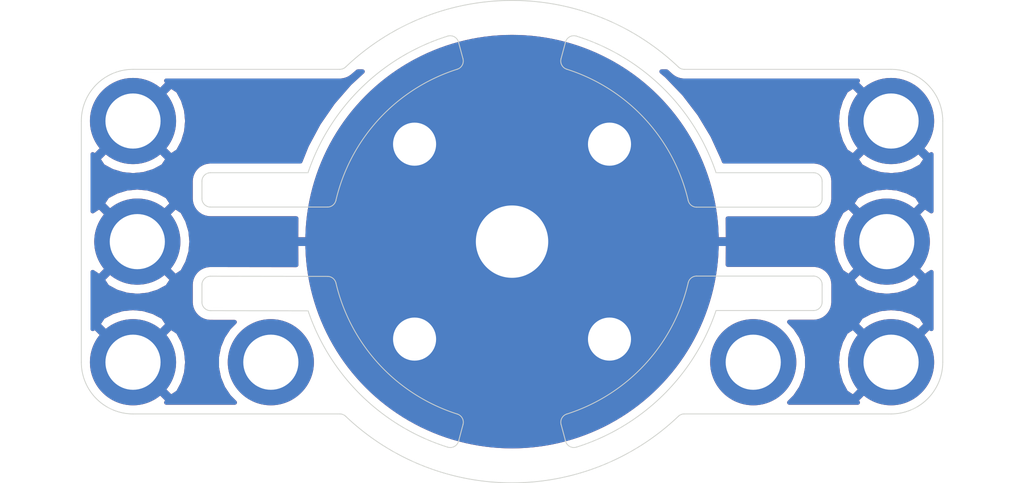
<source format=kicad_pcb>
(kicad_pcb (version 20171130) (host pcbnew 5.1.9+dfsg1-1)

  (general
    (thickness 1.6)
    (drawings 87)
    (tracks 0)
    (zones 0)
    (modules 9)
    (nets 4)
  )

  (page A4)
  (layers
    (0 F.Cu signal)
    (31 B.Cu signal)
    (32 B.Adhes user)
    (33 F.Adhes user)
    (34 B.Paste user)
    (35 F.Paste user)
    (36 B.SilkS user)
    (37 F.SilkS user)
    (38 B.Mask user)
    (39 F.Mask user)
    (40 Dwgs.User user)
    (41 Cmts.User user)
    (42 Eco1.User user)
    (43 Eco2.User user)
    (44 Edge.Cuts user)
    (45 Margin user)
    (46 B.CrtYd user)
    (47 F.CrtYd user)
    (48 B.Fab user)
    (49 F.Fab user)
  )

  (setup
    (last_trace_width 0.25)
    (trace_clearance 0.2)
    (zone_clearance 0.508)
    (zone_45_only no)
    (trace_min 0.2)
    (via_size 0.8)
    (via_drill 0.4)
    (via_min_size 0.4)
    (via_min_drill 0.3)
    (uvia_size 0.3)
    (uvia_drill 0.1)
    (uvias_allowed no)
    (uvia_min_size 0.2)
    (uvia_min_drill 0.1)
    (edge_width 0.05)
    (segment_width 0.2)
    (pcb_text_width 0.3)
    (pcb_text_size 1.5 1.5)
    (mod_edge_width 0.12)
    (mod_text_size 1 1)
    (mod_text_width 0.15)
    (pad_size 5 5)
    (pad_drill 3.2)
    (pad_to_mask_clearance 0)
    (aux_axis_origin 0 0)
    (visible_elements FFFFFF7F)
    (pcbplotparams
      (layerselection 0x010fc_ffffffff)
      (usegerberextensions true)
      (usegerberattributes false)
      (usegerberadvancedattributes false)
      (creategerberjobfile false)
      (excludeedgelayer true)
      (linewidth 0.100000)
      (plotframeref false)
      (viasonmask false)
      (mode 1)
      (useauxorigin false)
      (hpglpennumber 1)
      (hpglpenspeed 20)
      (hpglpendiameter 15.000000)
      (psnegative false)
      (psa4output false)
      (plotreference true)
      (plotvalue false)
      (plotinvisibletext false)
      (padsonsilk false)
      (subtractmaskfromsilk true)
      (outputformat 1)
      (mirror false)
      (drillshape 0)
      (scaleselection 1)
      (outputdirectory "mid-geber/"))
  )

  (net 0 "")
  (net 1 "Net-(J1-Pad1)")
  (net 2 "Net-(J3-Pad1)")
  (net 3 "Net-(J8-Pad1)")

  (net_class Default "This is the default net class."
    (clearance 0.2)
    (trace_width 0.25)
    (via_dia 0.8)
    (via_drill 0.4)
    (uvia_dia 0.3)
    (uvia_drill 0.1)
    (add_net "Net-(J1-Pad1)")
    (add_net "Net-(J3-Pad1)")
    (add_net "Net-(J8-Pad1)")
  )

  (module custom-footprints:chaiss_m3_mounting_hole (layer F.Cu) (tedit 6407F64F) (tstamp 64083129)
    (at 197 113)
    (path /6407FA88)
    (fp_text reference J1 (at 0 0.5) (layer F.SilkS)
      (effects (font (size 1 1) (thickness 0.15)))
    )
    (fp_text value Conn_01x01_Female (at 0 -0.5) (layer F.Fab)
      (effects (font (size 1 1) (thickness 0.15)))
    )
    (pad 1 thru_hole circle (at 0 0) (size 5 5) (drill 3.2) (layers *.Cu *.Mask)
      (net 1 "Net-(J1-Pad1)"))
  )

  (module custom-footprints:chaiss_m3_mounting_hole (layer F.Cu) (tedit 64080BBC) (tstamp 6408312E)
    (at 153 127)
    (path /6407FDA8)
    (fp_text reference J2 (at 0 0.5) (layer F.SilkS)
      (effects (font (size 1 1) (thickness 0.15)))
    )
    (fp_text value Conn_01x01_Female (at 0 -0.5) (layer F.Fab)
      (effects (font (size 1 1) (thickness 0.15)))
    )
    (pad 1 thru_hole circle (at 0 0) (size 5 5) (drill 3.2) (layers *.Cu *.Mask)
      (net 1 "Net-(J1-Pad1)") (zone_connect 1))
  )

  (module custom-footprints:chaiss_m3_mounting_hole (layer F.Cu) (tedit 6407F64F) (tstamp 64083133)
    (at 189 127)
    (path /6407FF74)
    (fp_text reference J3 (at 0 0.5) (layer F.SilkS)
      (effects (font (size 1 1) (thickness 0.15)))
    )
    (fp_text value Conn_01x01_Female (at 0 -0.5) (layer F.Fab)
      (effects (font (size 1 1) (thickness 0.15)))
    )
    (pad 1 thru_hole circle (at 0 0) (size 5 5) (drill 3.2) (layers *.Cu *.Mask)
      (net 2 "Net-(J3-Pad1)"))
  )

  (module custom-footprints:chaiss_m3_mounting_hole (layer F.Cu) (tedit 6407F64F) (tstamp 64083138)
    (at 153 113)
    (path /6408023F)
    (fp_text reference J4 (at 0 0.5) (layer F.SilkS)
      (effects (font (size 1 1) (thickness 0.15)))
    )
    (fp_text value Conn_01x01_Female (at 0 -0.5) (layer F.Fab)
      (effects (font (size 1 1) (thickness 0.15)))
    )
    (pad 1 thru_hole circle (at 0 0) (size 5 5) (drill 3.2) (layers *.Cu *.Mask)
      (net 1 "Net-(J1-Pad1)"))
  )

  (module custom-footprints:chaiss_m3_mounting_hole (layer F.Cu) (tedit 6407F64F) (tstamp 6408313D)
    (at 153.25 120)
    (path /64080560)
    (fp_text reference J5 (at 0 0.5) (layer F.SilkS)
      (effects (font (size 1 1) (thickness 0.15)))
    )
    (fp_text value Conn_01x01_Female (at 1.75 5.5) (layer F.Fab)
      (effects (font (size 1 1) (thickness 0.15)))
    )
    (pad 1 thru_hole circle (at 0 0) (size 5 5) (drill 3.2) (layers *.Cu *.Mask)
      (net 1 "Net-(J1-Pad1)"))
  )

  (module custom-footprints:chaiss_m3_mounting_hole (layer F.Cu) (tedit 6407F64F) (tstamp 64083142)
    (at 196.75 120)
    (path /64080783)
    (fp_text reference J6 (at 0 0.5) (layer F.SilkS)
      (effects (font (size 1 1) (thickness 0.15)))
    )
    (fp_text value Conn_01x01_Female (at 0 -0.5) (layer F.Fab)
      (effects (font (size 1 1) (thickness 0.15)))
    )
    (pad 1 thru_hole circle (at 0 0) (size 5 5) (drill 3.2) (layers *.Cu *.Mask)
      (net 1 "Net-(J1-Pad1)"))
  )

  (module custom-footprints:chaiss_m3_mounting_hole (layer F.Cu) (tedit 6407F64F) (tstamp 6408322F)
    (at 161 127)
    (path /640817F9)
    (fp_text reference J8 (at 0 0.5) (layer F.SilkS)
      (effects (font (size 1 1) (thickness 0.15)))
    )
    (fp_text value Conn_01x01_Female (at 0 -0.5) (layer F.Fab)
      (effects (font (size 1 1) (thickness 0.15)))
    )
    (pad 1 thru_hole circle (at 0 0) (size 5 5) (drill 3.2) (layers *.Cu *.Mask)
      (net 3 "Net-(J8-Pad1)"))
  )

  (module custom-footprints:chaiss_m3_mounting_hole (layer F.Cu) (tedit 6407F64F) (tstamp 64083234)
    (at 197 127)
    (path /64081481)
    (fp_text reference J9 (at 0 0.5) (layer F.SilkS)
      (effects (font (size 1 1) (thickness 0.15)))
    )
    (fp_text value Conn_01x01_Female (at 0 -0.5) (layer F.Fab)
      (effects (font (size 1 1) (thickness 0.15)))
    )
    (pad 1 thru_hole circle (at 0 0) (size 5 5) (drill 3.2) (layers *.Cu *.Mask)
      (net 1 "Net-(J1-Pad1)"))
  )

  (module custom-footprints:chaiss-mid-dragon-mount (layer F.Cu) (tedit 640819CC) (tstamp 6408777F)
    (at 175 120 45)
    (path /64080A7C)
    (fp_text reference J7 (at 0 0.5 45) (layer F.SilkS)
      (effects (font (size 1 1) (thickness 0.15)))
    )
    (fp_text value Conn_01x01_Female (at 0 -0.5 45) (layer F.Fab)
      (effects (font (size 1 1) (thickness 0.15)))
    )
    (fp_line (start 8 8) (end 8 0) (layer Dwgs.User) (width 0.12))
    (fp_line (start -8 8) (end 8 8) (layer Dwgs.User) (width 0.12))
    (fp_line (start -8 -8) (end -8 8) (layer Dwgs.User) (width 0.12))
    (fp_line (start 8 -8) (end -8 -8) (layer Dwgs.User) (width 0.12))
    (fp_line (start 8 0) (end 8 -8) (layer Dwgs.User) (width 0.12))
    (fp_line (start 0 0) (end 8 0) (layer Dwgs.User) (width 0.12))
    (pad 1 thru_hole circle (at 0 0 45) (size 24 24) (drill 4.2) (layers *.Cu *.Mask)
      (net 1 "Net-(J1-Pad1)"))
    (pad 1 thru_hole circle (at 8 0 45) (size 3.5 3.5) (drill 2.5) (layers *.Cu *.Mask)
      (net 1 "Net-(J1-Pad1)"))
    (pad 1 thru_hole circle (at 0 -8 45) (size 3.5 3.5) (drill 2.5) (layers *.Cu *.Mask)
      (net 1 "Net-(J1-Pad1)"))
    (pad 1 thru_hole circle (at -8 0 45) (size 3.5 3.5) (drill 2.5) (layers *.Cu *.Mask)
      (net 1 "Net-(J1-Pad1)"))
    (pad 1 thru_hole circle (at 0 8 45) (size 3.5 3.5) (drill 2.5) (layers *.Cu *.Mask)
      (net 1 "Net-(J1-Pad1)"))
  )

  (gr_line (start 175 120) (end 175 132.5) (layer Dwgs.User) (width 0.15))
  (gr_line (start 175 120) (end 175 107.75) (layer Dwgs.User) (width 0.15))
  (gr_line (start 186.75 120) (end 160.25 120) (layer Dwgs.User) (width 0.15))
  (gr_line (start 175 120) (end 186.75 120) (layer Dwgs.User) (width 0.15))
  (gr_line (start 189 127) (end 189 131.75) (layer Dwgs.User) (width 0.15))
  (gr_line (start 200 127) (end 189 127) (layer Dwgs.User) (width 0.15))
  (gr_line (start 199.75 127) (end 188.75 127) (layer Dwgs.User) (width 0.15))
  (gr_line (start 161 127) (end 161 131) (layer Dwgs.User) (width 0.15))
  (gr_line (start 150 127) (end 161 127) (layer Dwgs.User) (width 0.15))
  (gr_line (start 196.75 120) (end 196.75 124) (layer Dwgs.User) (width 0.15))
  (gr_line (start 200 120) (end 196.75 120) (layer Dwgs.User) (width 0.15))
  (gr_line (start 200 130) (end 200 120) (layer Dwgs.User) (width 0.15))
  (gr_line (start 153.25 120) (end 153.25 124) (layer Dwgs.User) (width 0.15))
  (gr_line (start 150 120) (end 153.25 120) (layer Dwgs.User) (width 0.15))
  (gr_line (start 150 130) (end 150 120) (layer Dwgs.User) (width 0.15))
  (gr_line (start 150 113) (end 200 113) (layer Dwgs.User) (width 0.15))
  (gr_line (start 150 110) (end 150 113) (layer Dwgs.User) (width 0.15))
  (gr_line (start 153 110) (end 150 110) (layer Dwgs.User) (width 0.15))
  (gr_line (start 153 130) (end 153 110) (layer Dwgs.User) (width 0.15))
  (gr_line (start 150 130) (end 153 130) (layer Dwgs.User) (width 0.15))
  (gr_line (start 150 127) (end 150 130) (layer Dwgs.User) (width 0.15))
  (gr_line (start 200 127) (end 150 127) (layer Dwgs.User) (width 0.15))
  (gr_line (start 200 130) (end 200 127) (layer Dwgs.User) (width 0.15))
  (gr_line (start 197 110) (end 197 130) (layer Dwgs.User) (width 0.15))
  (gr_line (start 200 110) (end 197 110) (layer Dwgs.User) (width 0.15))
  (gr_line (start 200 110) (end 197.25 110) (layer Dwgs.User) (width 0.15))
  (gr_line (start 200 112.75) (end 200 110) (layer Dwgs.User) (width 0.15))
  (gr_line (start 171.896868 131.581043) (end 172.155932 130.614201) (layer Edge.Cuts) (width 0.05))
  (gr_line (start 178.106783 131.580064) (end 177.847414 130.613304) (layer Edge.Cuts) (width 0.05))
  (gr_arc (start 178.586093 108.548366) (end 178.735514 108.071215) (angle -92.38801546) (layer Edge.Cuts) (width 0.05))
  (gr_arc (start 174.999999 120) (end 186.842719 116) (angle -53.94905929) (layer Edge.Cuts) (width 0.05))
  (gr_arc (start 174.999999 120) (end 163.162494 124.015404) (angle -53.8745168) (layer Edge.Cuts) (width 0.05))
  (gr_line (start 157.499241 124.006819) (end 163.162494 124.015404) (layer Edge.Cuts) (width 0.05))
  (gr_arc (start 185.712142 117.5) (end 185.225226 117.613637) (angle -76.86344105) (layer Edge.Cuts) (width 0.05))
  (gr_arc (start 174.999999 120) (end 185.225226 117.613637) (angle -59.25818979) (layer Edge.Cuts) (width 0.05))
  (gr_arc (start 174.999999 120) (end 178.739276 131.927606) (angle -53.93098911) (layer Edge.Cuts) (width 0.05))
  (gr_line (start 152.999999 130) (end 164.999999 130) (layer Edge.Cuts) (width 0.05))
  (gr_arc (start 152.999999 127) (end 149.999999 127) (angle -90.00000013) (layer Edge.Cuts) (width 0.05))
  (gr_arc (start 164.291866 122.517116) (end 164.778599 122.402702) (angle -76.68502484) (layer Edge.Cuts) (width 0.05))
  (gr_arc (start 178.330336 130.483742) (end 178.178957 130.007208) (angle -87.39474873) (layer Edge.Cuts) (width 0.05))
  (gr_line (start 171.893216 108.419936) (end 172.152585 109.386696) (layer Edge.Cuts) (width 0.05))
  (gr_arc (start 171.410293 108.549498) (end 171.893216 108.419936) (angle -92.38801546) (layer Edge.Cuts) (width 0.05))
  (gr_line (start 200 127) (end 199.999999 113) (layer Edge.Cuts) (width 0.05))
  (gr_arc (start 197 127) (end 197 130) (angle -90.00000013) (layer Edge.Cuts) (width 0.05))
  (gr_arc (start 157.499999 117.493741) (end 156.999999 117.493741) (angle -90) (layer Edge.Cuts) (width 0.05))
  (gr_line (start 164.999999 110) (end 152.999999 110) (layer Edge.Cuts) (width 0.05))
  (gr_arc (start 164.999999 109.5) (end 164.999999 110) (angle -43.60281898) (layer Edge.Cuts) (width 0.05))
  (gr_arc (start 157.499999 116.5) (end 157.499999 116) (angle -90.00000094) (layer Edge.Cuts) (width 0.05))
  (gr_line (start 156.999999 117.493741) (end 156.999999 116.5) (layer Edge.Cuts) (width 0.05))
  (gr_arc (start 174.999999 120) (end 171.260722 108.072394) (angle -53.93098941) (layer Edge.Cuts) (width 0.05))
  (gr_line (start 157.499999 116) (end 163.15728 116.000001) (layer Edge.Cuts) (width 0.05))
  (gr_line (start 184.999999 130) (end 197 130) (layer Edge.Cuts) (width 0.05))
  (gr_arc (start 184.999999 130.5) (end 184.999999 130) (angle -43.60281898) (layer Edge.Cuts) (width 0.05))
  (gr_arc (start 192.5 117.5) (end 192.5 118) (angle -90.00000145) (layer Edge.Cuts) (width 0.05))
  (gr_line (start 185.712142 118) (end 192.5 118) (layer Edge.Cuts) (width 0.05))
  (gr_line (start 192.5 124) (end 186.842719 123.999999) (layer Edge.Cuts) (width 0.05))
  (gr_arc (start 164.999999 130.5) (end 165.344827 130.137931) (angle -43.60281898) (layer Edge.Cuts) (width 0.05))
  (gr_arc (start 171.413905 131.451634) (end 171.264484 131.928785) (angle -92.38801546) (layer Edge.Cuts) (width 0.05))
  (gr_arc (start 185.712142 122.5) (end 185.712142 122) (angle -76.86344052) (layer Edge.Cuts) (width 0.05))
  (gr_arc (start 174.999999 120) (end 164.778599 122.402702) (angle -59.16662151) (layer Edge.Cuts) (width 0.05))
  (gr_arc (start 171.672969 130.484792) (end 172.155932 130.614201) (angle -87.39474873) (layer Edge.Cuts) (width 0.05))
  (gr_arc (start 174.999999 120) (end 171.821042 109.992792) (angle -59.20663794) (layer Edge.Cuts) (width 0.05))
  (gr_arc (start 171.669663 109.516258) (end 171.821042 109.992792) (angle -87.39474873) (layer Edge.Cuts) (width 0.05))
  (gr_line (start 164.292624 122.017117) (end 157.500757 122.006822) (layer Edge.Cuts) (width 0.05))
  (gr_line (start 149.999999 113) (end 149.999999 127) (layer Edge.Cuts) (width 0.05))
  (gr_arc (start 152.999999 113) (end 152.999999 110) (angle -89.99999927) (layer Edge.Cuts) (width 0.05))
  (gr_line (start 156.999999 122.506821) (end 156.999999 123.50682) (layer Edge.Cuts) (width 0.05))
  (gr_line (start 164.289319 117.993741) (end 157.499999 117.993741) (layer Edge.Cuts) (width 0.05))
  (gr_arc (start 164.289319 117.493741) (end 164.289319 117.993741) (angle -76.82995975) (layer Edge.Cuts) (width 0.05))
  (gr_arc (start 192.5 122.499999) (end 193 122.499999) (angle -90.00000088) (layer Edge.Cuts) (width 0.05))
  (gr_line (start 185.712142 122) (end 192.5 121.999999) (layer Edge.Cuts) (width 0.05))
  (gr_arc (start 192.5 123.5) (end 192.5 124) (angle -89.99999988) (layer Edge.Cuts) (width 0.05))
  (gr_line (start 193 122.499999) (end 193 123.5) (layer Edge.Cuts) (width 0.05))
  (gr_line (start 196.999999 110) (end 184.999999 110) (layer Edge.Cuts) (width 0.05))
  (gr_arc (start 196.999999 113) (end 199.999999 113) (angle -89.99999962) (layer Edge.Cuts) (width 0.05))
  (gr_line (start 192.5 116) (end 186.842719 116) (layer Edge.Cuts) (width 0.05))
  (gr_arc (start 178.589705 131.450502) (end 178.106783 131.580064) (angle -92.38801546) (layer Edge.Cuts) (width 0.05))
  (gr_arc (start 174.999999 120) (end 165.344827 130.137931) (angle -87.20563797) (layer Edge.Cuts) (width 0.05))
  (gr_arc (start 178.327029 109.515208) (end 177.844066 109.385799) (angle -87.39474873) (layer Edge.Cuts) (width 0.05))
  (gr_line (start 178.103131 108.418957) (end 177.844066 109.385799) (layer Edge.Cuts) (width 0.05))
  (gr_arc (start 174.999999 120) (end 178.178957 130.007208) (angle -59.24011936) (layer Edge.Cuts) (width 0.05))
  (gr_arc (start 157.499999 123.50682) (end 156.999999 123.50682) (angle -89.91315206) (layer Edge.Cuts) (width 0.05))
  (gr_arc (start 174.999999 120) (end 184.655172 109.862069) (angle -87.20563797) (layer Edge.Cuts) (width 0.05))
  (gr_arc (start 184.999999 109.5) (end 184.655172 109.862069) (angle -43.60281898) (layer Edge.Cuts) (width 0.05))
  (gr_arc (start 157.499999 122.506821) (end 157.500757 122.006822) (angle -90.08684794) (layer Edge.Cuts) (width 0.05))
  (gr_arc (start 192.5 116.5) (end 193 116.5) (angle -89.99999831) (layer Edge.Cuts) (width 0.05))
  (gr_line (start 193 117.5) (end 193 116.5) (layer Edge.Cuts) (width 0.05))

  (zone (net 1) (net_name "Net-(J1-Pad1)") (layer F.Cu) (tstamp 64086C91) (hatch edge 0.508)
    (connect_pads (clearance 0.508))
    (min_thickness 0.254)
    (fill yes (arc_segments 32) (thermal_gap 0.508) (thermal_bridge_width 0.508))
    (polygon
      (pts
        (xy 200 130) (xy 150 130) (xy 150 110) (xy 200 110)
      )
    )
    (filled_polygon
      (pts
        (xy 165.601988 110.789287) (xy 165.579521 110.81234) (xy 165.556661 110.835149) (xy 165.550559 110.842055) (xy 164.633849 111.894274)
        (xy 164.614078 111.919705) (xy 164.593917 111.944903) (xy 164.58863 111.952437) (xy 164.588623 111.952446) (xy 164.588618 111.952455)
        (xy 163.794915 113.100294) (xy 163.778109 113.127759) (xy 163.760876 113.155058) (xy 163.756456 113.163144) (xy 163.095643 114.392312)
        (xy 163.081995 114.421496) (xy 163.06792 114.450531) (xy 163.064429 114.459059) (xy 162.710955 115.340002) (xy 157.467581 115.34)
        (xy 157.439671 115.342749) (xy 157.436692 115.342728) (xy 157.427521 115.343627) (xy 157.379344 115.34869) (xy 157.370617 115.34955)
        (xy 157.370326 115.349638) (xy 157.330472 115.353827) (xy 157.271853 115.36586) (xy 157.213115 115.377064) (xy 157.204293 115.379728)
        (xy 157.111074 115.408584) (xy 157.055936 115.431762) (xy 157.000462 115.454175) (xy 156.992333 115.458498) (xy 156.992329 115.4585)
        (xy 156.992326 115.458502) (xy 156.906488 115.504915) (xy 156.856912 115.538355) (xy 156.806843 115.571119) (xy 156.799702 115.576943)
        (xy 156.724513 115.639145) (xy 156.68236 115.681594) (xy 156.639628 115.723439) (xy 156.633754 115.73054) (xy 156.572078 115.806161)
        (xy 156.538987 115.855966) (xy 156.505173 115.90535) (xy 156.500791 115.913456) (xy 156.454979 115.999617) (xy 156.43219 116.054909)
        (xy 156.408621 116.109898) (xy 156.405896 116.118701) (xy 156.377691 116.212119) (xy 156.366066 116.270826) (xy 156.353634 116.329316)
        (xy 156.352672 116.33847) (xy 156.352671 116.338476) (xy 156.352671 116.338481) (xy 156.343149 116.435598) (xy 156.343149 116.435608)
        (xy 156.34 116.467581) (xy 156.339999 117.526159) (xy 156.342748 117.554069) (xy 156.342727 117.557049) (xy 156.343626 117.56622)
        (xy 156.34869 117.614404) (xy 156.349549 117.623123) (xy 156.349637 117.623414) (xy 156.353826 117.663268) (xy 156.36586 117.721893)
        (xy 156.377063 117.780625) (xy 156.379727 117.789447) (xy 156.408583 117.882666) (xy 156.431766 117.937816) (xy 156.454174 117.993278)
        (xy 156.458501 118.001414) (xy 156.504913 118.087252) (xy 156.538361 118.136839) (xy 156.571118 118.186897) (xy 156.576942 118.194038)
        (xy 156.639144 118.269227) (xy 156.681593 118.31138) (xy 156.723438 118.354112) (xy 156.730539 118.359986) (xy 156.806159 118.421662)
        (xy 156.856024 118.454793) (xy 156.905349 118.488566) (xy 156.913444 118.492943) (xy 156.913447 118.492945) (xy 156.91345 118.492946)
        (xy 156.913455 118.492949) (xy 156.999616 118.538761) (xy 157.054908 118.56155) (xy 157.109897 118.585119) (xy 157.1187 118.587844)
        (xy 157.212118 118.616049) (xy 157.270825 118.627674) (xy 157.329315 118.640106) (xy 157.338469 118.641068) (xy 157.338475 118.641069)
        (xy 157.33848 118.641069) (xy 157.435597 118.650591) (xy 157.46758 118.653741) (xy 162.473956 118.653741) (xy 162.463258 119.873)
        (xy 174.693392 119.873) (xy 174.806251 119.985859) (xy 174.985859 119.806251) (xy 174.873 119.693392) (xy 174.873 110.127)
        (xy 175.127 110.127) (xy 175.127 119.693392) (xy 175.014141 119.806251) (xy 175.193749 119.985859) (xy 175.306608 119.873)
        (xy 187.536742 119.873) (xy 187.526099 118.66) (xy 192.532419 118.66) (xy 192.560329 118.657251) (xy 192.563308 118.657272)
        (xy 192.572479 118.656373) (xy 192.620648 118.65131) (xy 192.629383 118.65045) (xy 192.629674 118.650362) (xy 192.669527 118.646173)
        (xy 192.728152 118.634139) (xy 192.786884 118.622936) (xy 192.795706 118.620272) (xy 192.888925 118.591416) (xy 192.944075 118.568233)
        (xy 192.999537 118.545825) (xy 193.007666 118.541502) (xy 193.00767 118.5415) (xy 193.007673 118.541498) (xy 193.093511 118.495086)
        (xy 193.143098 118.461638) (xy 193.193156 118.428881) (xy 193.200297 118.423057) (xy 193.275486 118.360855) (xy 193.317639 118.318406)
        (xy 193.360371 118.276561) (xy 193.366245 118.26946) (xy 193.427921 118.19384) (xy 193.461052 118.143975) (xy 193.494825 118.09465)
        (xy 193.499208 118.086544) (xy 193.54502 118.000383) (xy 193.567809 117.945091) (xy 193.591378 117.890102) (xy 193.594103 117.881299)
        (xy 193.619599 117.796852) (xy 194.726457 117.796852) (xy 196.75 119.820395) (xy 198.773543 117.796852) (xy 198.497373 117.378882)
        (xy 197.952443 117.088351) (xy 197.361304 116.909713) (xy 196.746672 116.849832) (xy 196.132169 116.91101) (xy 195.541408 117.090897)
        (xy 195.002627 117.378882) (xy 194.726457 117.796852) (xy 193.619599 117.796852) (xy 193.622308 117.787881) (xy 193.633933 117.729174)
        (xy 193.646365 117.670684) (xy 193.647327 117.66153) (xy 193.647328 117.661524) (xy 193.647328 117.661519) (xy 193.65685 117.564402)
        (xy 193.66 117.532419) (xy 193.66 116.467581) (xy 193.657251 116.439671) (xy 193.657272 116.436693) (xy 193.656373 116.427522)
        (xy 193.651311 116.37936) (xy 193.65045 116.370617) (xy 193.650362 116.370325) (xy 193.646173 116.330473) (xy 193.63414 116.271854)
        (xy 193.622936 116.213116) (xy 193.620272 116.204294) (xy 193.591416 116.111075) (xy 193.568238 116.055937) (xy 193.545825 116.000463)
        (xy 193.541498 115.992327) (xy 193.495085 115.906489) (xy 193.461645 115.856913) (xy 193.428881 115.806844) (xy 193.423057 115.799703)
        (xy 193.360855 115.724514) (xy 193.318406 115.682361) (xy 193.276561 115.639629) (xy 193.26946 115.633755) (xy 193.193839 115.572079)
        (xy 193.144034 115.538988) (xy 193.09465 115.505174) (xy 193.086544 115.500792) (xy 193.000383 115.45498) (xy 192.945091 115.432191)
        (xy 192.890102 115.408622) (xy 192.881299 115.405897) (xy 192.787881 115.377692) (xy 192.729174 115.366067) (xy 192.670684 115.353635)
        (xy 192.66153 115.352673) (xy 192.661524 115.352672) (xy 192.661519 115.352672) (xy 192.564402 115.34315) (xy 192.532419 115.34)
        (xy 187.304534 115.34) (xy 187.257292 115.210467) (xy 187.25415 115.203148) (xy 194.976457 115.203148) (xy 195.252627 115.621118)
        (xy 195.797557 115.911649) (xy 196.388696 116.090287) (xy 197.003328 116.150168) (xy 197.617831 116.08899) (xy 198.208592 115.909103)
        (xy 198.747373 115.621118) (xy 199.023543 115.203148) (xy 197 113.179605) (xy 194.976457 115.203148) (xy 187.25415 115.203148)
        (xy 187.24872 115.190502) (xy 187.241061 115.17014) (xy 187.237281 115.161735) (xy 186.65608 113.892983) (xy 186.641036 113.864464)
        (xy 186.626394 113.835742) (xy 186.621702 113.827811) (xy 186.126068 113.003328) (xy 193.849832 113.003328) (xy 193.91101 113.617831)
        (xy 194.090897 114.208592) (xy 194.378882 114.747373) (xy 194.796852 115.023543) (xy 196.820395 113) (xy 194.796852 110.976457)
        (xy 194.378882 111.252627) (xy 194.088351 111.797557) (xy 193.909713 112.388696) (xy 193.849832 113.003328) (xy 186.126068 113.003328)
        (xy 185.902696 112.631752) (xy 185.884592 112.605125) (xy 185.866815 112.578176) (xy 185.861267 112.570817) (xy 185.013419 111.462359)
        (xy 184.992438 111.43789) (xy 184.971789 111.413117) (xy 184.965466 111.406434) (xy 184.965456 111.406423) (xy 184.965447 111.406414)
        (xy 183.999332 110.399382) (xy 183.975748 110.377399) (xy 183.952472 110.355087) (xy 183.945432 110.34914) (xy 183.678698 110.127)
        (xy 183.969053 110.127) (xy 184.207586 110.347112) (xy 184.229194 110.365019) (xy 184.236233 110.372059) (xy 184.243394 110.377859)
        (xy 184.311525 110.432251) (xy 184.358835 110.462977) (xy 184.405349 110.494825) (xy 184.413455 110.499208) (xy 184.499616 110.54502)
        (xy 184.554908 110.567809) (xy 184.609897 110.591378) (xy 184.6187 110.594103) (xy 184.712118 110.622308) (xy 184.770825 110.633933)
        (xy 184.829315 110.646365) (xy 184.838469 110.647327) (xy 184.838475 110.647328) (xy 184.83848 110.647328) (xy 184.935597 110.65685)
        (xy 184.96758 110.66) (xy 195.066881 110.66) (xy 194.976457 110.796852) (xy 197 112.820395) (xy 197.014143 112.806253)
        (xy 197.193748 112.985858) (xy 197.179605 113) (xy 199.203148 115.023543) (xy 199.339999 114.93312) (xy 199.34 118.232066)
        (xy 198.953148 117.976457) (xy 196.929605 120) (xy 198.953148 122.023543) (xy 199.34 121.767934) (xy 199.340001 125.066881)
        (xy 199.203148 124.976457) (xy 197.179605 127) (xy 197.193748 127.014143) (xy 197.014143 127.193748) (xy 197 127.179605)
        (xy 194.976457 129.203148) (xy 195.066881 129.34) (xy 191.09356 129.34) (xy 191.435114 128.998446) (xy 191.778201 128.484979)
        (xy 192.014524 127.914446) (xy 192.135 127.308771) (xy 192.135 127.003328) (xy 193.849832 127.003328) (xy 193.91101 127.617831)
        (xy 194.090897 128.208592) (xy 194.378882 128.747373) (xy 194.796852 129.023543) (xy 196.820395 127) (xy 194.796852 124.976457)
        (xy 194.378882 125.252627) (xy 194.088351 125.797557) (xy 193.909713 126.388696) (xy 193.849832 127.003328) (xy 192.135 127.003328)
        (xy 192.135 126.691229) (xy 192.014524 126.085554) (xy 191.778201 125.515021) (xy 191.435114 125.001554) (xy 191.230412 124.796852)
        (xy 194.976457 124.796852) (xy 197 126.820395) (xy 199.023543 124.796852) (xy 198.747373 124.378882) (xy 198.202443 124.088351)
        (xy 197.611304 123.909713) (xy 196.996672 123.849832) (xy 196.382169 123.91101) (xy 195.791408 124.090897) (xy 195.252627 124.378882)
        (xy 194.976457 124.796852) (xy 191.230412 124.796852) (xy 191.093559 124.659999) (xy 192.532418 124.66) (xy 192.560328 124.657251)
        (xy 192.563308 124.657272) (xy 192.572479 124.656373) (xy 192.620663 124.651309) (xy 192.629382 124.65045) (xy 192.629673 124.650362)
        (xy 192.669527 124.646173) (xy 192.728152 124.634139) (xy 192.786884 124.622936) (xy 192.795706 124.620272) (xy 192.888925 124.591416)
        (xy 192.944075 124.568233) (xy 192.999537 124.545825) (xy 193.007666 124.541502) (xy 193.00767 124.5415) (xy 193.007673 124.541498)
        (xy 193.093511 124.495086) (xy 193.143098 124.461638) (xy 193.193156 124.428881) (xy 193.200297 124.423057) (xy 193.275486 124.360855)
        (xy 193.317639 124.318406) (xy 193.360371 124.276561) (xy 193.366245 124.26946) (xy 193.427921 124.19384) (xy 193.461052 124.143975)
        (xy 193.494825 124.09465) (xy 193.499208 124.086544) (xy 193.54502 124.000383) (xy 193.567809 123.945091) (xy 193.591378 123.890102)
        (xy 193.594103 123.881299) (xy 193.622308 123.787881) (xy 193.633933 123.729174) (xy 193.646365 123.670684) (xy 193.647327 123.66153)
        (xy 193.647328 123.661524) (xy 193.647328 123.661519) (xy 193.65685 123.564402) (xy 193.66 123.532419) (xy 193.66 122.46758)
        (xy 193.657251 122.43967) (xy 193.657272 122.436692) (xy 193.656373 122.427521) (xy 193.651311 122.379359) (xy 193.65045 122.370616)
        (xy 193.650362 122.370324) (xy 193.646173 122.330472) (xy 193.634137 122.271838) (xy 193.622936 122.213115) (xy 193.620272 122.204293)
        (xy 193.619918 122.203148) (xy 194.726457 122.203148) (xy 195.002627 122.621118) (xy 195.547557 122.911649) (xy 196.138696 123.090287)
        (xy 196.753328 123.150168) (xy 197.367831 123.08899) (xy 197.958592 122.909103) (xy 198.497373 122.621118) (xy 198.773543 122.203148)
        (xy 196.75 120.179605) (xy 194.726457 122.203148) (xy 193.619918 122.203148) (xy 193.591416 122.111074) (xy 193.568238 122.055936)
        (xy 193.545825 122.000462) (xy 193.541498 121.992326) (xy 193.495085 121.906488) (xy 193.461645 121.856912) (xy 193.428881 121.806843)
        (xy 193.423057 121.799702) (xy 193.360855 121.724513) (xy 193.318406 121.68236) (xy 193.276561 121.639628) (xy 193.26946 121.633754)
        (xy 193.193839 121.572078) (xy 193.144034 121.538987) (xy 193.09465 121.505173) (xy 193.086544 121.500791) (xy 193.000383 121.454979)
        (xy 192.945091 121.43219) (xy 192.890102 121.408621) (xy 192.881299 121.405896) (xy 192.787881 121.377691) (xy 192.729174 121.366066)
        (xy 192.670684 121.353634) (xy 192.66153 121.352672) (xy 192.661524 121.352671) (xy 192.661519 121.352671) (xy 192.564402 121.343149)
        (xy 192.564401 121.343149) (xy 192.532418 121.339999) (xy 187.526099 121.34) (xy 187.536742 120.127) (xy 175.306608 120.127)
        (xy 175.193749 120.014141) (xy 175.014141 120.193749) (xy 175.127 120.306608) (xy 175.127 129.873) (xy 174.873 129.873)
        (xy 174.873 120.306608) (xy 174.985859 120.193749) (xy 174.806251 120.014141) (xy 174.693392 120.127) (xy 162.463258 120.127)
        (xy 162.474027 121.35436) (xy 157.469339 121.346774) (xy 157.440448 121.349575) (xy 157.436692 121.349549) (xy 157.427521 121.350448)
        (xy 157.380763 121.355362) (xy 157.372361 121.356177) (xy 157.372013 121.356282) (xy 157.330472 121.360648) (xy 157.271853 121.372681)
        (xy 157.213115 121.383885) (xy 157.204293 121.386549) (xy 157.111074 121.415405) (xy 157.055936 121.438583) (xy 157.000462 121.460996)
        (xy 156.992333 121.465319) (xy 156.992329 121.465321) (xy 156.992326 121.465323) (xy 156.906488 121.511736) (xy 156.856912 121.545176)
        (xy 156.806843 121.57794) (xy 156.799702 121.583764) (xy 156.724513 121.645966) (xy 156.68236 121.688415) (xy 156.639628 121.73026)
        (xy 156.633754 121.737361) (xy 156.572078 121.812982) (xy 156.538987 121.862787) (xy 156.505173 121.912171) (xy 156.500791 121.920277)
        (xy 156.454979 122.006438) (xy 156.43219 122.06173) (xy 156.408621 122.116719) (xy 156.405896 122.125522) (xy 156.377691 122.21894)
        (xy 156.366066 122.277647) (xy 156.353634 122.336137) (xy 156.352672 122.345291) (xy 156.352671 122.345297) (xy 156.352671 122.345302)
        (xy 156.343149 122.442419) (xy 156.339999 122.474403) (xy 156.34 123.539239) (xy 156.342652 123.566163) (xy 156.342633 123.568374)
        (xy 156.343519 123.577547) (xy 156.348695 123.627522) (xy 156.34955 123.636203) (xy 156.349617 123.636424) (xy 156.353572 123.67461)
        (xy 156.365506 123.733197) (xy 156.376631 123.792002) (xy 156.379281 123.800828) (xy 156.407996 123.894091) (xy 156.431096 123.949277)
        (xy 156.453417 124.004767) (xy 156.457731 124.01291) (xy 156.504014 124.098818) (xy 156.537374 124.148438) (xy 156.570066 124.198564)
        (xy 156.57588 124.205714) (xy 156.637968 124.280998) (xy 156.680318 124.323181) (xy 156.72214 124.366018) (xy 156.729232 124.371902)
        (xy 156.804759 124.433691) (xy 156.85453 124.466868) (xy 156.903838 124.50074) (xy 156.911937 124.505135) (xy 156.998028 124.551078)
        (xy 157.0533 124.573957) (xy 157.108246 124.597606) (xy 157.117045 124.600344) (xy 157.21042 124.62869) (xy 157.269079 124.640397)
        (xy 157.327572 124.652924) (xy 157.336733 124.6539) (xy 157.336739 124.653901) (xy 157.336745 124.653901) (xy 157.433838 124.66357)
        (xy 157.433839 124.66357) (xy 157.465822 124.666769) (xy 158.897501 124.668939) (xy 158.564886 125.001554) (xy 158.221799 125.515021)
        (xy 157.985476 126.085554) (xy 157.865 126.691229) (xy 157.865 127.308771) (xy 157.985476 127.914446) (xy 158.221799 128.484979)
        (xy 158.564886 128.998446) (xy 158.90644 129.34) (xy 154.933119 129.34) (xy 155.023543 129.203148) (xy 153 127.179605)
        (xy 152.985858 127.193748) (xy 152.806253 127.014143) (xy 152.820395 127) (xy 153.179605 127) (xy 155.203148 129.023543)
        (xy 155.621118 128.747373) (xy 155.911649 128.202443) (xy 156.090287 127.611304) (xy 156.150168 126.996672) (xy 156.08899 126.382169)
        (xy 155.909103 125.791408) (xy 155.621118 125.252627) (xy 155.203148 124.976457) (xy 153.179605 127) (xy 152.820395 127)
        (xy 150.796852 124.976457) (xy 150.659999 125.066881) (xy 150.659999 124.796852) (xy 150.976457 124.796852) (xy 153 126.820395)
        (xy 155.023543 124.796852) (xy 154.747373 124.378882) (xy 154.202443 124.088351) (xy 153.611304 123.909713) (xy 152.996672 123.849832)
        (xy 152.382169 123.91101) (xy 151.791408 124.090897) (xy 151.252627 124.378882) (xy 150.976457 124.796852) (xy 150.659999 124.796852)
        (xy 150.659999 122.203148) (xy 151.226457 122.203148) (xy 151.502627 122.621118) (xy 152.047557 122.911649) (xy 152.638696 123.090287)
        (xy 153.253328 123.150168) (xy 153.867831 123.08899) (xy 154.458592 122.909103) (xy 154.997373 122.621118) (xy 155.273543 122.203148)
        (xy 153.25 120.179605) (xy 151.226457 122.203148) (xy 150.659999 122.203148) (xy 150.659999 121.767933) (xy 151.046852 122.023543)
        (xy 153.070395 120) (xy 153.429605 120) (xy 155.453148 122.023543) (xy 155.871118 121.747373) (xy 156.161649 121.202443)
        (xy 156.340287 120.611304) (xy 156.399519 120.003328) (xy 193.599832 120.003328) (xy 193.66101 120.617831) (xy 193.840897 121.208592)
        (xy 194.128882 121.747373) (xy 194.546852 122.023543) (xy 196.570395 120) (xy 194.546852 117.976457) (xy 194.128882 118.252627)
        (xy 193.838351 118.797557) (xy 193.659713 119.388696) (xy 193.599832 120.003328) (xy 156.399519 120.003328) (xy 156.400168 119.996672)
        (xy 156.33899 119.382169) (xy 156.159103 118.791408) (xy 155.871118 118.252627) (xy 155.453148 117.976457) (xy 153.429605 120)
        (xy 153.070395 120) (xy 151.046852 117.976457) (xy 150.659999 118.232067) (xy 150.659999 117.796852) (xy 151.226457 117.796852)
        (xy 153.25 119.820395) (xy 155.273543 117.796852) (xy 154.997373 117.378882) (xy 154.452443 117.088351) (xy 153.861304 116.909713)
        (xy 153.246672 116.849832) (xy 152.632169 116.91101) (xy 152.041408 117.090897) (xy 151.502627 117.378882) (xy 151.226457 117.796852)
        (xy 150.659999 117.796852) (xy 150.659999 115.203148) (xy 150.976457 115.203148) (xy 151.252627 115.621118) (xy 151.797557 115.911649)
        (xy 152.388696 116.090287) (xy 153.003328 116.150168) (xy 153.617831 116.08899) (xy 154.208592 115.909103) (xy 154.747373 115.621118)
        (xy 155.023543 115.203148) (xy 153 113.179605) (xy 150.976457 115.203148) (xy 150.659999 115.203148) (xy 150.659999 114.933119)
        (xy 150.796852 115.023543) (xy 152.820395 113) (xy 153.179605 113) (xy 155.203148 115.023543) (xy 155.621118 114.747373)
        (xy 155.911649 114.202443) (xy 156.090287 113.611304) (xy 156.150168 112.996672) (xy 156.08899 112.382169) (xy 155.909103 111.791408)
        (xy 155.621118 111.252627) (xy 155.203148 110.976457) (xy 153.179605 113) (xy 152.820395 113) (xy 152.806253 112.985858)
        (xy 152.985858 112.806253) (xy 153 112.820395) (xy 155.023543 110.796852) (xy 154.933119 110.66) (xy 165.032418 110.66)
        (xy 165.061107 110.657174) (xy 165.144384 110.649887) (xy 165.199801 110.639515) (xy 165.255476 110.630495) (xy 165.264369 110.628078)
        (xy 165.358356 110.601831) (xy 165.414098 110.580206) (xy 165.470188 110.559344) (xy 165.478442 110.555246) (xy 165.565541 110.511244)
        (xy 165.616036 110.479195) (xy 165.666998 110.44784) (xy 165.674298 110.442216) (xy 165.751192 110.382134) (xy 165.752473 110.380914)
        (xy 165.773925 110.363541) (xy 166.050363 110.127) (xy 166.323809 110.127)
      )
    )
  )
  (zone (net 1) (net_name "Net-(J1-Pad1)") (layer B.Cu) (tstamp 64086C8E) (hatch edge 0.508)
    (connect_pads (clearance 0.508))
    (min_thickness 0.254)
    (fill yes (arc_segments 32) (thermal_gap 0.508) (thermal_bridge_width 0.508))
    (polygon
      (pts
        (xy 200 130) (xy 150 130) (xy 150 110) (xy 200 110)
      )
    )
    (filled_polygon
      (pts
        (xy 165.601988 110.789287) (xy 165.579521 110.81234) (xy 165.556661 110.835149) (xy 165.550559 110.842055) (xy 164.633849 111.894274)
        (xy 164.614078 111.919705) (xy 164.593917 111.944903) (xy 164.58863 111.952437) (xy 164.588623 111.952446) (xy 164.588618 111.952455)
        (xy 163.794915 113.100294) (xy 163.778109 113.127759) (xy 163.760876 113.155058) (xy 163.756456 113.163144) (xy 163.095643 114.392312)
        (xy 163.081995 114.421496) (xy 163.06792 114.450531) (xy 163.064429 114.459059) (xy 162.710955 115.340002) (xy 157.467581 115.34)
        (xy 157.439671 115.342749) (xy 157.436692 115.342728) (xy 157.427521 115.343627) (xy 157.379344 115.34869) (xy 157.370617 115.34955)
        (xy 157.370326 115.349638) (xy 157.330472 115.353827) (xy 157.271853 115.36586) (xy 157.213115 115.377064) (xy 157.204293 115.379728)
        (xy 157.111074 115.408584) (xy 157.055936 115.431762) (xy 157.000462 115.454175) (xy 156.992333 115.458498) (xy 156.992329 115.4585)
        (xy 156.992326 115.458502) (xy 156.906488 115.504915) (xy 156.856912 115.538355) (xy 156.806843 115.571119) (xy 156.799702 115.576943)
        (xy 156.724513 115.639145) (xy 156.68236 115.681594) (xy 156.639628 115.723439) (xy 156.633754 115.73054) (xy 156.572078 115.806161)
        (xy 156.538987 115.855966) (xy 156.505173 115.90535) (xy 156.500791 115.913456) (xy 156.454979 115.999617) (xy 156.43219 116.054909)
        (xy 156.408621 116.109898) (xy 156.405896 116.118701) (xy 156.377691 116.212119) (xy 156.366066 116.270826) (xy 156.353634 116.329316)
        (xy 156.352672 116.33847) (xy 156.352671 116.338476) (xy 156.352671 116.338481) (xy 156.343149 116.435598) (xy 156.343149 116.435608)
        (xy 156.34 116.467581) (xy 156.339999 117.526159) (xy 156.342748 117.554069) (xy 156.342727 117.557049) (xy 156.343626 117.56622)
        (xy 156.34869 117.614404) (xy 156.349549 117.623123) (xy 156.349637 117.623414) (xy 156.353826 117.663268) (xy 156.36586 117.721893)
        (xy 156.377063 117.780625) (xy 156.379727 117.789447) (xy 156.408583 117.882666) (xy 156.431766 117.937816) (xy 156.454174 117.993278)
        (xy 156.458501 118.001414) (xy 156.504913 118.087252) (xy 156.538361 118.136839) (xy 156.571118 118.186897) (xy 156.576942 118.194038)
        (xy 156.639144 118.269227) (xy 156.681593 118.31138) (xy 156.723438 118.354112) (xy 156.730539 118.359986) (xy 156.806159 118.421662)
        (xy 156.856024 118.454793) (xy 156.905349 118.488566) (xy 156.913444 118.492943) (xy 156.913447 118.492945) (xy 156.91345 118.492946)
        (xy 156.913455 118.492949) (xy 156.999616 118.538761) (xy 157.054908 118.56155) (xy 157.109897 118.585119) (xy 157.1187 118.587844)
        (xy 157.212118 118.616049) (xy 157.270825 118.627674) (xy 157.329315 118.640106) (xy 157.338469 118.641068) (xy 157.338475 118.641069)
        (xy 157.33848 118.641069) (xy 157.435597 118.650591) (xy 157.46758 118.653741) (xy 162.473956 118.653741) (xy 162.463258 119.873)
        (xy 174.693392 119.873) (xy 174.806251 119.985859) (xy 174.985859 119.806251) (xy 174.873 119.693392) (xy 174.873 110.127)
        (xy 175.127 110.127) (xy 175.127 119.693392) (xy 175.014141 119.806251) (xy 175.193749 119.985859) (xy 175.306608 119.873)
        (xy 187.536742 119.873) (xy 187.526099 118.66) (xy 192.532419 118.66) (xy 192.560329 118.657251) (xy 192.563308 118.657272)
        (xy 192.572479 118.656373) (xy 192.620648 118.65131) (xy 192.629383 118.65045) (xy 192.629674 118.650362) (xy 192.669527 118.646173)
        (xy 192.728152 118.634139) (xy 192.786884 118.622936) (xy 192.795706 118.620272) (xy 192.888925 118.591416) (xy 192.944075 118.568233)
        (xy 192.999537 118.545825) (xy 193.007666 118.541502) (xy 193.00767 118.5415) (xy 193.007673 118.541498) (xy 193.093511 118.495086)
        (xy 193.143098 118.461638) (xy 193.193156 118.428881) (xy 193.200297 118.423057) (xy 193.275486 118.360855) (xy 193.317639 118.318406)
        (xy 193.360371 118.276561) (xy 193.366245 118.26946) (xy 193.427921 118.19384) (xy 193.461052 118.143975) (xy 193.494825 118.09465)
        (xy 193.499208 118.086544) (xy 193.54502 118.000383) (xy 193.567809 117.945091) (xy 193.591378 117.890102) (xy 193.594103 117.881299)
        (xy 193.619599 117.796852) (xy 194.726457 117.796852) (xy 196.75 119.820395) (xy 198.773543 117.796852) (xy 198.497373 117.378882)
        (xy 197.952443 117.088351) (xy 197.361304 116.909713) (xy 196.746672 116.849832) (xy 196.132169 116.91101) (xy 195.541408 117.090897)
        (xy 195.002627 117.378882) (xy 194.726457 117.796852) (xy 193.619599 117.796852) (xy 193.622308 117.787881) (xy 193.633933 117.729174)
        (xy 193.646365 117.670684) (xy 193.647327 117.66153) (xy 193.647328 117.661524) (xy 193.647328 117.661519) (xy 193.65685 117.564402)
        (xy 193.66 117.532419) (xy 193.66 116.467581) (xy 193.657251 116.439671) (xy 193.657272 116.436693) (xy 193.656373 116.427522)
        (xy 193.651311 116.37936) (xy 193.65045 116.370617) (xy 193.650362 116.370325) (xy 193.646173 116.330473) (xy 193.63414 116.271854)
        (xy 193.622936 116.213116) (xy 193.620272 116.204294) (xy 193.591416 116.111075) (xy 193.568238 116.055937) (xy 193.545825 116.000463)
        (xy 193.541498 115.992327) (xy 193.495085 115.906489) (xy 193.461645 115.856913) (xy 193.428881 115.806844) (xy 193.423057 115.799703)
        (xy 193.360855 115.724514) (xy 193.318406 115.682361) (xy 193.276561 115.639629) (xy 193.26946 115.633755) (xy 193.193839 115.572079)
        (xy 193.144034 115.538988) (xy 193.09465 115.505174) (xy 193.086544 115.500792) (xy 193.000383 115.45498) (xy 192.945091 115.432191)
        (xy 192.890102 115.408622) (xy 192.881299 115.405897) (xy 192.787881 115.377692) (xy 192.729174 115.366067) (xy 192.670684 115.353635)
        (xy 192.66153 115.352673) (xy 192.661524 115.352672) (xy 192.661519 115.352672) (xy 192.564402 115.34315) (xy 192.532419 115.34)
        (xy 187.304534 115.34) (xy 187.257292 115.210467) (xy 187.25415 115.203148) (xy 194.976457 115.203148) (xy 195.252627 115.621118)
        (xy 195.797557 115.911649) (xy 196.388696 116.090287) (xy 197.003328 116.150168) (xy 197.617831 116.08899) (xy 198.208592 115.909103)
        (xy 198.747373 115.621118) (xy 199.023543 115.203148) (xy 197 113.179605) (xy 194.976457 115.203148) (xy 187.25415 115.203148)
        (xy 187.24872 115.190502) (xy 187.241061 115.17014) (xy 187.237281 115.161735) (xy 186.65608 113.892983) (xy 186.641036 113.864464)
        (xy 186.626394 113.835742) (xy 186.621702 113.827811) (xy 186.126068 113.003328) (xy 193.849832 113.003328) (xy 193.91101 113.617831)
        (xy 194.090897 114.208592) (xy 194.378882 114.747373) (xy 194.796852 115.023543) (xy 196.820395 113) (xy 194.796852 110.976457)
        (xy 194.378882 111.252627) (xy 194.088351 111.797557) (xy 193.909713 112.388696) (xy 193.849832 113.003328) (xy 186.126068 113.003328)
        (xy 185.902696 112.631752) (xy 185.884592 112.605125) (xy 185.866815 112.578176) (xy 185.861267 112.570817) (xy 185.013419 111.462359)
        (xy 184.992438 111.43789) (xy 184.971789 111.413117) (xy 184.965466 111.406434) (xy 184.965456 111.406423) (xy 184.965447 111.406414)
        (xy 183.999332 110.399382) (xy 183.975748 110.377399) (xy 183.952472 110.355087) (xy 183.945432 110.34914) (xy 183.678698 110.127)
        (xy 183.969053 110.127) (xy 184.207586 110.347112) (xy 184.229194 110.365019) (xy 184.236233 110.372059) (xy 184.243394 110.377859)
        (xy 184.311525 110.432251) (xy 184.358835 110.462977) (xy 184.405349 110.494825) (xy 184.413455 110.499208) (xy 184.499616 110.54502)
        (xy 184.554908 110.567809) (xy 184.609897 110.591378) (xy 184.6187 110.594103) (xy 184.712118 110.622308) (xy 184.770825 110.633933)
        (xy 184.829315 110.646365) (xy 184.838469 110.647327) (xy 184.838475 110.647328) (xy 184.83848 110.647328) (xy 184.935597 110.65685)
        (xy 184.96758 110.66) (xy 195.066881 110.66) (xy 194.976457 110.796852) (xy 197 112.820395) (xy 197.014143 112.806253)
        (xy 197.193748 112.985858) (xy 197.179605 113) (xy 199.203148 115.023543) (xy 199.339999 114.93312) (xy 199.34 118.232066)
        (xy 198.953148 117.976457) (xy 196.929605 120) (xy 198.953148 122.023543) (xy 199.34 121.767934) (xy 199.340001 125.066881)
        (xy 199.203148 124.976457) (xy 197.179605 127) (xy 197.193748 127.014143) (xy 197.014143 127.193748) (xy 197 127.179605)
        (xy 194.976457 129.203148) (xy 195.066881 129.34) (xy 191.09356 129.34) (xy 191.435114 128.998446) (xy 191.778201 128.484979)
        (xy 192.014524 127.914446) (xy 192.135 127.308771) (xy 192.135 127.003328) (xy 193.849832 127.003328) (xy 193.91101 127.617831)
        (xy 194.090897 128.208592) (xy 194.378882 128.747373) (xy 194.796852 129.023543) (xy 196.820395 127) (xy 194.796852 124.976457)
        (xy 194.378882 125.252627) (xy 194.088351 125.797557) (xy 193.909713 126.388696) (xy 193.849832 127.003328) (xy 192.135 127.003328)
        (xy 192.135 126.691229) (xy 192.014524 126.085554) (xy 191.778201 125.515021) (xy 191.435114 125.001554) (xy 191.230412 124.796852)
        (xy 194.976457 124.796852) (xy 197 126.820395) (xy 199.023543 124.796852) (xy 198.747373 124.378882) (xy 198.202443 124.088351)
        (xy 197.611304 123.909713) (xy 196.996672 123.849832) (xy 196.382169 123.91101) (xy 195.791408 124.090897) (xy 195.252627 124.378882)
        (xy 194.976457 124.796852) (xy 191.230412 124.796852) (xy 191.093559 124.659999) (xy 192.532418 124.66) (xy 192.560328 124.657251)
        (xy 192.563308 124.657272) (xy 192.572479 124.656373) (xy 192.620663 124.651309) (xy 192.629382 124.65045) (xy 192.629673 124.650362)
        (xy 192.669527 124.646173) (xy 192.728152 124.634139) (xy 192.786884 124.622936) (xy 192.795706 124.620272) (xy 192.888925 124.591416)
        (xy 192.944075 124.568233) (xy 192.999537 124.545825) (xy 193.007666 124.541502) (xy 193.00767 124.5415) (xy 193.007673 124.541498)
        (xy 193.093511 124.495086) (xy 193.143098 124.461638) (xy 193.193156 124.428881) (xy 193.200297 124.423057) (xy 193.275486 124.360855)
        (xy 193.317639 124.318406) (xy 193.360371 124.276561) (xy 193.366245 124.26946) (xy 193.427921 124.19384) (xy 193.461052 124.143975)
        (xy 193.494825 124.09465) (xy 193.499208 124.086544) (xy 193.54502 124.000383) (xy 193.567809 123.945091) (xy 193.591378 123.890102)
        (xy 193.594103 123.881299) (xy 193.622308 123.787881) (xy 193.633933 123.729174) (xy 193.646365 123.670684) (xy 193.647327 123.66153)
        (xy 193.647328 123.661524) (xy 193.647328 123.661519) (xy 193.65685 123.564402) (xy 193.66 123.532419) (xy 193.66 122.46758)
        (xy 193.657251 122.43967) (xy 193.657272 122.436692) (xy 193.656373 122.427521) (xy 193.651311 122.379359) (xy 193.65045 122.370616)
        (xy 193.650362 122.370324) (xy 193.646173 122.330472) (xy 193.634137 122.271838) (xy 193.622936 122.213115) (xy 193.620272 122.204293)
        (xy 193.619918 122.203148) (xy 194.726457 122.203148) (xy 195.002627 122.621118) (xy 195.547557 122.911649) (xy 196.138696 123.090287)
        (xy 196.753328 123.150168) (xy 197.367831 123.08899) (xy 197.958592 122.909103) (xy 198.497373 122.621118) (xy 198.773543 122.203148)
        (xy 196.75 120.179605) (xy 194.726457 122.203148) (xy 193.619918 122.203148) (xy 193.591416 122.111074) (xy 193.568238 122.055936)
        (xy 193.545825 122.000462) (xy 193.541498 121.992326) (xy 193.495085 121.906488) (xy 193.461645 121.856912) (xy 193.428881 121.806843)
        (xy 193.423057 121.799702) (xy 193.360855 121.724513) (xy 193.318406 121.68236) (xy 193.276561 121.639628) (xy 193.26946 121.633754)
        (xy 193.193839 121.572078) (xy 193.144034 121.538987) (xy 193.09465 121.505173) (xy 193.086544 121.500791) (xy 193.000383 121.454979)
        (xy 192.945091 121.43219) (xy 192.890102 121.408621) (xy 192.881299 121.405896) (xy 192.787881 121.377691) (xy 192.729174 121.366066)
        (xy 192.670684 121.353634) (xy 192.66153 121.352672) (xy 192.661524 121.352671) (xy 192.661519 121.352671) (xy 192.564402 121.343149)
        (xy 192.564401 121.343149) (xy 192.532418 121.339999) (xy 187.526099 121.34) (xy 187.536742 120.127) (xy 175.306608 120.127)
        (xy 175.193749 120.014141) (xy 175.014141 120.193749) (xy 175.127 120.306608) (xy 175.127 129.873) (xy 174.873 129.873)
        (xy 174.873 120.306608) (xy 174.985859 120.193749) (xy 174.806251 120.014141) (xy 174.693392 120.127) (xy 162.463258 120.127)
        (xy 162.474027 121.35436) (xy 157.469339 121.346774) (xy 157.440448 121.349575) (xy 157.436692 121.349549) (xy 157.427521 121.350448)
        (xy 157.380763 121.355362) (xy 157.372361 121.356177) (xy 157.372013 121.356282) (xy 157.330472 121.360648) (xy 157.271853 121.372681)
        (xy 157.213115 121.383885) (xy 157.204293 121.386549) (xy 157.111074 121.415405) (xy 157.055936 121.438583) (xy 157.000462 121.460996)
        (xy 156.992333 121.465319) (xy 156.992329 121.465321) (xy 156.992326 121.465323) (xy 156.906488 121.511736) (xy 156.856912 121.545176)
        (xy 156.806843 121.57794) (xy 156.799702 121.583764) (xy 156.724513 121.645966) (xy 156.68236 121.688415) (xy 156.639628 121.73026)
        (xy 156.633754 121.737361) (xy 156.572078 121.812982) (xy 156.538987 121.862787) (xy 156.505173 121.912171) (xy 156.500791 121.920277)
        (xy 156.454979 122.006438) (xy 156.43219 122.06173) (xy 156.408621 122.116719) (xy 156.405896 122.125522) (xy 156.377691 122.21894)
        (xy 156.366066 122.277647) (xy 156.353634 122.336137) (xy 156.352672 122.345291) (xy 156.352671 122.345297) (xy 156.352671 122.345302)
        (xy 156.343149 122.442419) (xy 156.339999 122.474403) (xy 156.34 123.539239) (xy 156.342652 123.566163) (xy 156.342633 123.568374)
        (xy 156.343519 123.577547) (xy 156.348695 123.627522) (xy 156.34955 123.636203) (xy 156.349617 123.636424) (xy 156.353572 123.67461)
        (xy 156.365506 123.733197) (xy 156.376631 123.792002) (xy 156.379281 123.800828) (xy 156.407996 123.894091) (xy 156.431096 123.949277)
        (xy 156.453417 124.004767) (xy 156.457731 124.01291) (xy 156.504014 124.098818) (xy 156.537374 124.148438) (xy 156.570066 124.198564)
        (xy 156.57588 124.205714) (xy 156.637968 124.280998) (xy 156.680318 124.323181) (xy 156.72214 124.366018) (xy 156.729232 124.371902)
        (xy 156.804759 124.433691) (xy 156.85453 124.466868) (xy 156.903838 124.50074) (xy 156.911937 124.505135) (xy 156.998028 124.551078)
        (xy 157.0533 124.573957) (xy 157.108246 124.597606) (xy 157.117045 124.600344) (xy 157.21042 124.62869) (xy 157.269079 124.640397)
        (xy 157.327572 124.652924) (xy 157.336733 124.6539) (xy 157.336739 124.653901) (xy 157.336745 124.653901) (xy 157.433838 124.66357)
        (xy 157.433839 124.66357) (xy 157.465822 124.666769) (xy 158.897501 124.668939) (xy 158.564886 125.001554) (xy 158.221799 125.515021)
        (xy 157.985476 126.085554) (xy 157.865 126.691229) (xy 157.865 127.308771) (xy 157.985476 127.914446) (xy 158.221799 128.484979)
        (xy 158.564886 128.998446) (xy 158.90644 129.34) (xy 154.933119 129.34) (xy 155.023543 129.203148) (xy 153 127.179605)
        (xy 152.985858 127.193748) (xy 152.806253 127.014143) (xy 152.820395 127) (xy 153.179605 127) (xy 155.203148 129.023543)
        (xy 155.621118 128.747373) (xy 155.911649 128.202443) (xy 156.090287 127.611304) (xy 156.150168 126.996672) (xy 156.08899 126.382169)
        (xy 155.909103 125.791408) (xy 155.621118 125.252627) (xy 155.203148 124.976457) (xy 153.179605 127) (xy 152.820395 127)
        (xy 150.796852 124.976457) (xy 150.659999 125.066881) (xy 150.659999 124.796852) (xy 150.976457 124.796852) (xy 153 126.820395)
        (xy 155.023543 124.796852) (xy 154.747373 124.378882) (xy 154.202443 124.088351) (xy 153.611304 123.909713) (xy 152.996672 123.849832)
        (xy 152.382169 123.91101) (xy 151.791408 124.090897) (xy 151.252627 124.378882) (xy 150.976457 124.796852) (xy 150.659999 124.796852)
        (xy 150.659999 122.203148) (xy 151.226457 122.203148) (xy 151.502627 122.621118) (xy 152.047557 122.911649) (xy 152.638696 123.090287)
        (xy 153.253328 123.150168) (xy 153.867831 123.08899) (xy 154.458592 122.909103) (xy 154.997373 122.621118) (xy 155.273543 122.203148)
        (xy 153.25 120.179605) (xy 151.226457 122.203148) (xy 150.659999 122.203148) (xy 150.659999 121.767933) (xy 151.046852 122.023543)
        (xy 153.070395 120) (xy 153.429605 120) (xy 155.453148 122.023543) (xy 155.871118 121.747373) (xy 156.161649 121.202443)
        (xy 156.340287 120.611304) (xy 156.399519 120.003328) (xy 193.599832 120.003328) (xy 193.66101 120.617831) (xy 193.840897 121.208592)
        (xy 194.128882 121.747373) (xy 194.546852 122.023543) (xy 196.570395 120) (xy 194.546852 117.976457) (xy 194.128882 118.252627)
        (xy 193.838351 118.797557) (xy 193.659713 119.388696) (xy 193.599832 120.003328) (xy 156.399519 120.003328) (xy 156.400168 119.996672)
        (xy 156.33899 119.382169) (xy 156.159103 118.791408) (xy 155.871118 118.252627) (xy 155.453148 117.976457) (xy 153.429605 120)
        (xy 153.070395 120) (xy 151.046852 117.976457) (xy 150.659999 118.232067) (xy 150.659999 117.796852) (xy 151.226457 117.796852)
        (xy 153.25 119.820395) (xy 155.273543 117.796852) (xy 154.997373 117.378882) (xy 154.452443 117.088351) (xy 153.861304 116.909713)
        (xy 153.246672 116.849832) (xy 152.632169 116.91101) (xy 152.041408 117.090897) (xy 151.502627 117.378882) (xy 151.226457 117.796852)
        (xy 150.659999 117.796852) (xy 150.659999 115.203148) (xy 150.976457 115.203148) (xy 151.252627 115.621118) (xy 151.797557 115.911649)
        (xy 152.388696 116.090287) (xy 153.003328 116.150168) (xy 153.617831 116.08899) (xy 154.208592 115.909103) (xy 154.747373 115.621118)
        (xy 155.023543 115.203148) (xy 153 113.179605) (xy 150.976457 115.203148) (xy 150.659999 115.203148) (xy 150.659999 114.933119)
        (xy 150.796852 115.023543) (xy 152.820395 113) (xy 153.179605 113) (xy 155.203148 115.023543) (xy 155.621118 114.747373)
        (xy 155.911649 114.202443) (xy 156.090287 113.611304) (xy 156.150168 112.996672) (xy 156.08899 112.382169) (xy 155.909103 111.791408)
        (xy 155.621118 111.252627) (xy 155.203148 110.976457) (xy 153.179605 113) (xy 152.820395 113) (xy 152.806253 112.985858)
        (xy 152.985858 112.806253) (xy 153 112.820395) (xy 155.023543 110.796852) (xy 154.933119 110.66) (xy 165.032418 110.66)
        (xy 165.061107 110.657174) (xy 165.144384 110.649887) (xy 165.199801 110.639515) (xy 165.255476 110.630495) (xy 165.264369 110.628078)
        (xy 165.358356 110.601831) (xy 165.414098 110.580206) (xy 165.470188 110.559344) (xy 165.478442 110.555246) (xy 165.565541 110.511244)
        (xy 165.616036 110.479195) (xy 165.666998 110.44784) (xy 165.674298 110.442216) (xy 165.751192 110.382134) (xy 165.752473 110.380914)
        (xy 165.773925 110.363541) (xy 166.050363 110.127) (xy 166.323809 110.127)
      )
    )
  )
)

</source>
